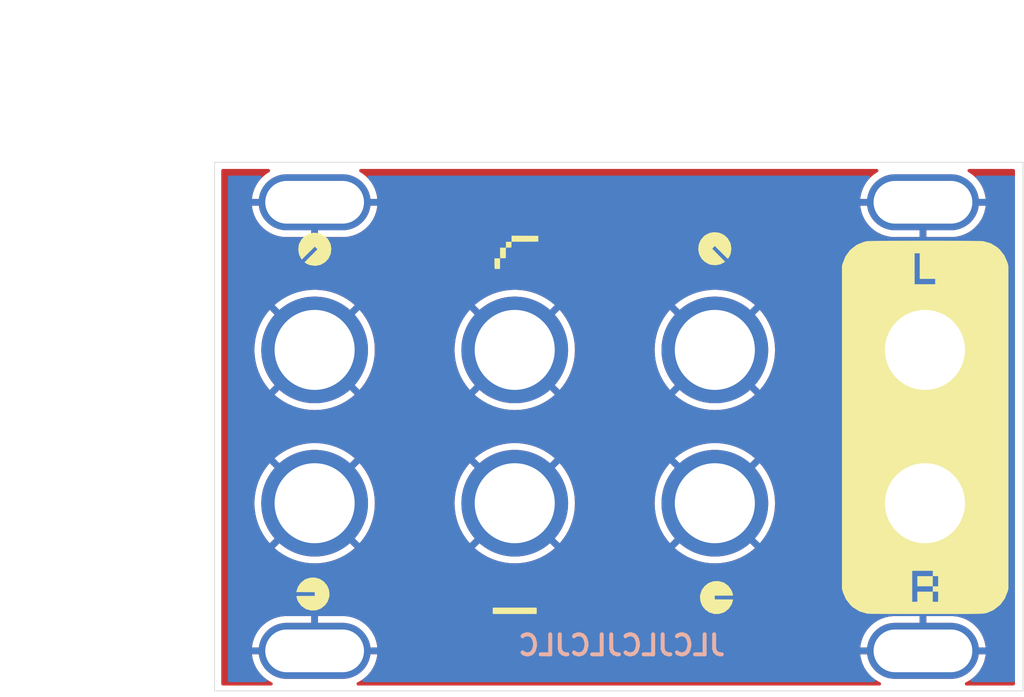
<source format=kicad_pcb>
(kicad_pcb (version 20240108) (generator "pcbnew") (generator_version "8.0")
  (layers (0 "F.Cu" signal) (31 "B.Cu" signal) (34 "B.Paste" user) (35 "F.Paste" user) (36 "B.SilkS" user "B.Silkscreen") (37 "F.SilkS" user "F.Silkscreen") (38 "B.Mask" user) (39 "F.Mask" user) (44 "Edge.Cuts" user))
  (net 0 "")
  (net 1 "GND")
  (footprint "MountingHole:MountingHole_3.2mm_M3" (layer "F.Cu") (at 122.0952 87.3308)
    (property "Reference" "REF**" (hide yes))
    (property "Value" "MountingHole_3.2mm_M3" (hide yes))
    (pad "" thru_hole oval (at 0 0) (size 8.4 4.2) (drill oval 7.4 3.2) (layers "*.Cu" "*.Mask") (net 1 "GND"))
  )
  (footprint "MountingHole:MountingHole_3.2mm_M3" (layer "F.Cu") (at 122.0952 120.9808)
    (property "Reference" "REF**" (hide yes))
    (property "Value" "MountingHole_3.2mm_M3" (hide yes))
    (pad "" thru_hole oval (at 0 0) (size 8.4 4.2) (drill oval 7.4 3.2) (layers "*.Cu" "*.Mask") (net 1 "GND"))
  )
  (footprint "MountingHole:MountingHole_6mm" (layer "F.Cu") (at 122.0952 98.4058)
    (property "Reference" "REF**" (hide yes))
    (property "Value" "MountingHole_6mm" (hide yes))
    (pad "" thru_hole circle (at 0 0) (size 8 8) (drill 6) (layers "*.Cu" "*.Mask") (net 1 "GND"))
  )
  (footprint "MountingHole:MountingHole_6mm" (layer "F.Cu") (at 137.0952 109.9058)
    (property "Reference" "REF**" (hide yes))
    (property "Value" "MountingHole_6mm" (hide yes))
    (pad "" thru_hole circle (at 0 0) (size 8 8) (drill 6) (layers "*.Cu" "*.Mask") (net 1 "GND"))
  )
  (footprint "MountingHole:MountingHole_6mm" (layer "F.Cu") (at 167.8452 109.9058)
    (property "Reference" "REF**" (hide yes))
    (property "Value" "MountingHole_6mm" (hide yes))
    (pad "" thru_hole circle (at 0 0) (size 8 8) (drill 6) (layers "*.Cu" "*.Mask") (net 1 "GND"))
  )
  (footprint "MountingHole:MountingHole_6mm" (layer "F.Cu") (at 167.8452 98.4058)
    (property "Reference" "REF**" (hide yes))
    (property "Value" "MountingHole_6mm" (hide yes))
    (pad "" thru_hole circle (at 0 0) (size 8 8) (drill 6) (layers "*.Cu" "*.Mask") (net 1 "GND"))
  )
  (footprint "Graphics" (layer "F.Cu") (at 135.5752 89.8352)
    (property "Reference" "" (at 0 0 0) (layer "F.SilkS") (effects (font (size 1.27 1.27))))
    (property "Value" "")
    (fp_poly (pts (xy 0.42 2.1) (xy 0.42 2.5) (xy 0.223 2.5) (xy 0.069 2.495) (xy 0.013 2.487) (xy 0.006 2.407) (xy 0.001 2.217) (xy 0 2.087) (xy 0 1.7) (xy 0.21 1.7) (xy 0.42 1.7)) (fill solid) (layer "F.SilkS"))
    (fp_poly (pts (xy 2.285 0.005) (xy 3.29 0.01) (xy 3.29 0.23) (xy 3.29 0.45) (xy 2.286 0.455) (xy 1.281 0.46) (xy 1.276 0.675) (xy 1.27 0.89) (xy 1.065 0.896) (xy 0.861 0.901) (xy 0.855 1.296) (xy 0.85 1.69) (xy 0.649 1.696) (xy 0.492 1.695) (xy 0.434 1.687) (xy 0.426 1.607) (xy 0.421 1.417) (xy 0.42 1.287) (xy 0.42 0.9) (xy 0.64 0.9) (xy 0.86 0.9) (xy 0.86 0.68) (xy 0.86 0.46) (xy 1.07 0.46) (xy 1.28 0.46) (xy 1.28 0.23) (xy 1.28 0)) (fill solid) (layer "F.SilkS"))
  )
  (footprint "Graphics" (layer "F.Cu") (at 141.6688 117.1468)
    (property "Reference" "" (at 0 0 0) (layer "F.SilkS") (effects (font (size 1.27 1.27))))
    (property "Value" "")
  )
  (footprint "MountingHole:MountingHole_6mm" (layer "F.Cu") (at 122.0952 109.9058)
    (property "Reference" "REF**" (hide yes))
    (property "Value" "MountingHole_6mm" (hide yes))
    (pad "" thru_hole circle (at 0 0) (size 8 8) (drill 6) (layers "*.Cu" "*.Mask") (net 1 "GND"))
  )
  (footprint "Graphics" (layer "F.Cu") (at 135.6558 89.8352)
    (property "Reference" "" (at 0 0 0) (layer "F.SilkS") (effects (font (size 1.27 1.27))))
    (property "Value" "")
  )
  (footprint "MountingHole:MountingHole_6mm" (layer "F.Cu") (at 137.0952 98.4058)
    (property "Reference" "REF**" (hide yes))
    (property "Value" "MountingHole_6mm" (hide yes))
    (pad "" thru_hole circle (at 0 0) (size 8 8) (drill 6) (layers "*.Cu" "*.Mask") (net 1 "GND"))
  )
  (footprint "Graphics" (layer "F.Cu") (at 135.6558 89.8352)
    (property "Reference" "" (at 0 0 0) (layer "F.SilkS") (effects (font (size 1.27 1.27))))
    (property "Value" "")
  )
  (footprint "MountingHole:MountingHole_3.2mm_M3" (layer "F.Cu") (at 167.6952 120.9808)
    (property "Reference" "REF**" (hide yes))
    (property "Value" "MountingHole_3.2mm_M3" (hide yes))
    (pad "" thru_hole oval (at 0 0) (size 8.4 4.2) (drill oval 7.4 3.2) (layers "*.Cu" "*.Mask") (net 1 "GND"))
  )
  (footprint "Graphics" (layer "F.Cu") (at 126.8874 115.1924)
    (property "Reference" "" (at 0 0 0) (layer "F.SilkS") (effects (font (size 1.27 1.27))))
    (property "Value" "")
  )
  (footprint "Graphics" (layer "F.Cu") (at 126.8874 115.1924)
    (property "Reference" "" (at 0 0 0) (layer "F.SilkS") (effects (font (size 1.27 1.27))))
    (property "Value" "")
  )
  (footprint "Graphics" (layer "F.Cu") (at 150.791 116.3376)
    (property "Reference" "" (at 0 0 0) (layer "F.SilkS") (effects (font (size 1.27 1.27))))
    (property "Value" "")
  )
  (footprint "Graphics" (layer "F.Cu") (at 150.791 116.3376)
    (property "Reference" "" (at 0 0 0) (layer "F.SilkS") (effects (font (size 1.27 1.27))))
    (property "Value" "")
  )
  (footprint "Graphics" (layer "F.Cu") (at 123.2142 117.966 180)
    (property "Reference" "" (at 0 0 0) (layer "F.SilkS") (effects (font (size 1.27 1.27))))
    (property "Value" "")
    (fp_poly (pts (xy 1.741 0.105) (xy 1.809 0.137) (xy 2.125 0.361) (xy 2.353 0.675) (xy 2.383 0.736) (xy 2.442 0.893) (xy 2.48 1.042) (xy 2.484 1.08) (xy 2.476 1.092) (xy 2.437 1.1) (xy 2.344 1.105) (xy 2.177 1.107) (xy 1.912 1.108) (xy 1.795 1.108) (xy 1.106 1.108) (xy 1.111 1.246) (xy 1.115 1.384) (xy 1.802 1.389) (xy 2.488 1.393) (xy 2.477 1.464) (xy 2.367 1.797) (xy 2.158 2.096) (xy 1.874 2.325) (xy 1.771 2.379) (xy 1.424 2.479) (xy 1.078 2.484) (xy 0.715 2.375) (xy 0.411 2.169) (xy 0.18 1.889) (xy 0.039 1.554) (xy 0.003 1.186) (xy 0.022 1.026) (xy 0.133 0.689) (xy 0.336 0.403) (xy 0.338 0.402) (xy 0.642 0.161) (xy 0.994 0.029) (xy 1.369 0.009)) (fill solid) (layer "F.SilkS"))
  )
  (footprint "Graphics" (layer "F.Cu") (at 141.6688 117.1468)
    (property "Reference" "" (at 0 0 0) (layer "F.SilkS") (effects (font (size 1.27 1.27))))
    (property "Value" "")
  )
  (footprint "MountingHole:MountingHole_3.2mm_M3" (layer "F.Cu") (at 167.6952 87.3308)
    (property "Reference" "REF**" (hide yes))
    (property "Value" "MountingHole_3.2mm_M3" (hide yes))
    (pad "" thru_hole oval (at 0 0) (size 8.4 4.2) (drill oval 7.4 3.2) (layers "*.Cu" "*.Mask") (net 1 "GND"))
  )
  (footprint "Graphics" (layer "F.Cu") (at 126.8874 115.1924)
    (property "Reference" "" (at 0 0 0) (layer "F.SilkS") (effects (font (size 1.27 1.27))))
    (property "Value" "")
  )
  (footprint "Graphics" (layer "F.Cu") (at 126.8874 115.1924)
    (property "Reference" "" (at 0 0 0) (layer "F.SilkS") (effects (font (size 1.27 1.27))))
    (property "Value" "")
  )
  (footprint "Graphics" (layer "F.Cu") (at 135.6558 89.8352)
    (property "Reference" "" (at 0 0 0) (layer "F.SilkS") (effects (font (size 1.27 1.27))))
    (property "Value" "")
  )
  (footprint "Graphics" (layer "F.Cu") (at 152.093079 89.047784 -45)
    (property "Reference" "" (at 0 0 135) (layer "F.SilkS") (effects (font (size 1.27 1.27))))
    (property "Value" "")
    (fp_poly (pts (xy 1.741 0.105) (xy 1.809 0.137) (xy 2.124999 0.361) (xy 2.353 0.675) (xy 2.383 0.736) (xy 2.442 0.893) (xy 2.48 1.042) (xy 2.484 1.08) (xy 2.476 1.092) (xy 2.437 1.1) (xy 2.344 1.105) (xy 2.177 1.107) (xy 1.912 1.108) (xy 1.795 1.108) (xy 1.106 1.108) (xy 1.111001 1.246) (xy 1.115 1.384) (xy 1.802 1.389) (xy 2.488 1.393) (xy 2.477 1.464) (xy 2.367 1.797) (xy 2.158 2.096) (xy 1.874 2.325) (xy 1.771 2.379) (xy 1.424 2.479) (xy 1.078 2.484) (xy 0.715 2.375) (xy 0.410999 2.169) (xy 0.18 1.889) (xy 0.039 1.554) (xy 0.003 1.186) (xy 0.022 1.026) (xy 0.133 0.689) (xy 0.336 0.403) (xy 0.338 0.402) (xy 0.642 0.161) (xy 0.994 0.029) (xy 1.369 0.009)) (fill solid) (layer "F.SilkS"))
  )
  (footprint "Graphics" (layer "F.Cu") (at 150.791 116.3376)
    (property "Reference" "" (at 0 0 0) (layer "F.SilkS") (effects (font (size 1.27 1.27))))
    (property "Value" "")
  )
  (footprint "MountingHole:MountingHole_6mm" (layer "F.Cu") (at 152.0952 98.4058)
    (property "Reference" "REF**" (hide yes))
    (property "Value" "MountingHole_6mm" (hide yes))
    (pad "" thru_hole circle (at 0 0) (size 8 8) (drill 6) (layers "*.Cu" "*.Mask") (net 1 "GND"))
  )
  (footprint "Graphics" (layer "F.Cu") (at 141.6688 117.1468)
    (property "Reference" "" (at 0 0 0) (layer "F.SilkS") (effects (font (size 1.27 1.27))))
    (property "Value" "")
  )
  (footprint "Graphics" (layer "F.Cu") (at 150.9762 115.732)
    (property "Reference" "" (at 0 0 0) (layer "F.SilkS") (effects (font (size 1.27 1.27))))
    (property "Value" "")
    (fp_poly (pts (xy 1.741 0.105) (xy 1.809 0.137) (xy 2.125 0.361) (xy 2.353 0.675) (xy 2.383 0.736) (xy 2.442 0.893) (xy 2.48 1.042) (xy 2.484 1.08) (xy 2.476 1.092) (xy 2.437 1.1) (xy 2.344 1.105) (xy 2.177 1.107) (xy 1.912 1.108) (xy 1.795 1.108) (xy 1.106 1.108) (xy 1.111 1.246) (xy 1.115 1.384) (xy 1.802 1.389) (xy 2.488 1.393) (xy 2.477 1.464) (xy 2.367 1.797) (xy 2.158 2.096) (xy 1.874 2.325) (xy 1.771 2.379) (xy 1.424 2.479) (xy 1.078 2.484) (xy 0.715 2.375) (xy 0.411 2.169) (xy 0.18 1.889) (xy 0.039 1.554) (xy 0.003 1.186) (xy 0.022 1.026) (xy 0.133 0.689) (xy 0.336 0.403) (xy 0.338 0.402) (xy 0.642 0.161) (xy 0.994 0.029) (xy 1.369 0.009)) (fill solid) (layer "F.SilkS"))
  )
  (footprint "Graphics" (layer "F.Cu") (at 123.873616 90.856479 -135)
    (property "Reference" "" (at 0 0 45) (layer "F.SilkS") (effects (font (size 1.27 1.27))))
    (property "Value" "")
    (fp_poly (pts (xy 1.741 0.105) (xy 1.809 0.137) (xy 2.124999 0.361) (xy 2.353 0.675) (xy 2.383 0.736) (xy 2.442 0.893) (xy 2.48 1.042) (xy 2.484 1.08) (xy 2.476 1.092) (xy 2.437 1.1) (xy 2.344 1.105) (xy 2.177 1.107) (xy 1.912 1.108) (xy 1.795 1.108) (xy 1.106 1.108) (xy 1.111001 1.246) (xy 1.115 1.384) (xy 1.802 1.389) (xy 2.488 1.393) (xy 2.477 1.464) (xy 2.367 1.797) (xy 2.158 2.096) (xy 1.874 2.325) (xy 1.771 2.379) (xy 1.424 2.479) (xy 1.078 2.484) (xy 0.715 2.375) (xy 0.410999 2.169) (xy 0.18 1.889) (xy 0.039 1.554) (xy 0.003 1.186) (xy 0.022 1.026) (xy 0.133 0.689) (xy 0.336 0.403) (xy 0.338 0.402) (xy 0.642 0.161) (xy 0.994 0.029) (xy 1.369 0.009)) (fill solid) (layer "F.SilkS"))
  )
  (footprint "Graphics" (layer "F.Cu") (at 150.791 116.3376)
    (property "Reference" "" (at 0 0 0) (layer "F.SilkS") (effects (font (size 1.27 1.27))))
    (property "Value" "")
  )
  (footprint "Graphics" (layer "F.Cu") (at 135.6558 89.8352)
    (property "Reference" "" (at 0 0 0) (layer "F.SilkS") (effects (font (size 1.27 1.27))))
    (property "Value" "")
  )
  (footprint "MountingHole:MountingHole_6mm" (layer "F.Cu") (at 152.0952 109.9058)
    (property "Reference" "REF**" (hide yes))
    (property "Value" "MountingHole_6mm" (hide yes))
    (pad "" thru_hole circle (at 0 0) (size 8 8) (drill 6) (layers "*.Cu" "*.Mask") (net 1 "GND"))
  )
  (footprint "Graphics" (layer "F.Cu") (at 161.612 90.218)
    (property "Reference" "" (at 0 0 0) (layer "F.SilkS") (effects (font (size 1.27 1.27))))
    (property "Value" "")
    (fp_poly (pts (xy 6.82 25.54) (xy 6.82 25.92) (xy 6.24 25.92) (xy 5.66 25.92) (xy 5.66 25.54) (xy 5.66 25.16) (xy 6.24 25.16) (xy 6.82 25.16)) (fill solid) (layer "F.SilkS"))
    (fp_poly (pts (xy 7.288 -0.002) (xy 7.989 -0.001) (xy 8.644 0.002) (xy 9.236 0.005) (xy 9.745 0.01) (xy 10.153 0.015) (xy 10.441 0.021) (xy 10.59 0.028) (xy 10.6 0.029) (xy 11.17 0.192) (xy 11.665 0.497) (xy 11.841 0.657) (xy 12.183 1.091) (xy 12.407 1.597) (xy 12.437 1.699) (xy 12.49 1.89) (xy 12.49 14) (xy 12.49 26.11) (xy 12.437 26.301) (xy 12.23 26.826) (xy 11.912 27.268) (xy 11.841 27.343) (xy 11.376 27.702) (xy 10.925 27.9) (xy 10.855 27.922) (xy 10.788 27.94) (xy 10.71 27.955) (xy 10.607 27.967) (xy 10.467 27.977) (xy 10.275 27.985) (xy 10.019 27.99) (xy 9.685 27.994) (xy 9.259 27.997) (xy 8.73 27.998) (xy 8.082 27.998) (xy 7.303 27.998) (xy 6.379 27.998) (xy 6.23 27.998) (xy 5.255 27.997) (xy 4.429 27.996) (xy 3.741 27.995) (xy 3.18 27.993) (xy 2.736 27.99) (xy 2.397 27.987) (xy 2.152 27.983) (xy 1.99 27.978) (xy 1.901 27.973) (xy 1.888 27.971) (xy 1.323 27.804) (xy 0.826 27.495) (xy 0.659 27.343) (xy 0.452 27.08) (xy 5.28 27.08) (xy 5.47 27.08) (xy 5.66 27.08) (xy 5.66 26.7) (xy 5.66 26.32) (xy 6.24 26.32) (xy 6.82 26.32) (xy 6.82 26.7) (xy 6.82 27.08) (xy 7.02 27.08) (xy 7.22 27.08) (xy 7.22 26.7) (xy 7.22 26.32) (xy 7.02 26.32) (xy 6.82 26.32) (xy 6.82 26.12) (xy 6.82 25.92) (xy 7.02 25.92) (xy 7.22 25.92) (xy 7.22 25.54) (xy 7.22 25.16) (xy 7.02 25.16) (xy 6.82 25.16) (xy 6.82 24.96) (xy 6.82 24.76) (xy 6.05 24.76) (xy 5.28 24.76) (xy 5.28 25.92) (xy 5.28 27.08) (xy 0.452 27.08) (xy 0.317 26.909) (xy 0.093 26.403) (xy 0.063 26.301) (xy 0.01 26.11) (xy 0.01 14) (xy 0.01 1.89) (xy 0.063 1.699) (xy 0.27 1.174) (xy 0.438 0.94) (xy 5.46 0.94) (xy 5.46 2.1) (xy 5.46 3.26) (xy 6.23 3.26) (xy 7 3.26) (xy 7 3.06) (xy 7 2.86) (xy 6.42 2.86) (xy 5.84 2.86) (xy 5.84 1.9) (xy 5.84 0.94) (xy 5.65 0.94) (xy 5.46 0.94) (xy 0.438 0.94) (xy 0.588 0.732) (xy 0.659 0.657) (xy 1.124 0.297) (xy 1.665 0.077) (xy 1.9 0.029) (xy 2.027 0.022) (xy 2.295 0.016) (xy 2.685 0.01) (xy 3.18 0.006) (xy 3.76 0.002) (xy 4.407 0) (xy 5.101 -0.002) (xy 5.826 -0.003) (xy 6.561 -0.003)) (fill solid) (layer "F.SilkS"))
  )
  (footprint "Graphics" (layer "F.Cu") (at 141.6688 117.1468)
    (property "Reference" "" (at 0 0 0) (layer "F.SilkS") (effects (font (size 1.27 1.27))))
    (property "Value" "")
  )
  (footprint "Graphics" (layer "B.Cu") (at 135.6558 89.8352)
    (property "Reference" "" (at 0 0 0) (layer "F.SilkS") (effects (font (size 1.27 1.27))))
    (property "Value" "")
  )
  (footprint "Graphics" (layer "B.Cu") (at 150.791 116.3376)
    (property "Reference" "" (at 0 0 0) (layer "F.SilkS") (effects (font (size 1.27 1.27))))
    (property "Value" "")
  )
  (footprint "Graphics" (layer "B.Cu") (at 141.6688 117.1468)
    (property "Reference" "" (at 0 0 0) (layer "F.SilkS") (effects (font (size 1.27 1.27))))
    (property "Value" "")
  )
  (footprint "Graphics" (layer "B.Cu") (at 126.8874 115.1924)
    (property "Reference" "" (at 0 0 0) (layer "F.SilkS") (effects (font (size 1.27 1.27))))
    (property "Value" "")
  )
  (gr_rect (start 135.4948 117.7846) (end 138.6956 118.166) (stroke (width 0.1)) (fill solid) (layer "F.SilkS"))
  (gr_line (start 175.1952 84.3308) (end 175.1952 123.9808) (stroke (width 0.05)) (layer "Edge.Cuts"))
  (gr_line (start 114.5952 84.3308) (end 114.5952 123.9808) (stroke (width 0.05)) (layer "Edge.Cuts"))
  (gr_line (start 114.5952 123.9808) (end 175.1952 123.9808) (stroke (width 0.05)) (layer "Edge.Cuts"))
  (gr_line (start 114.5952 84.3308) (end 175.1952 84.3308) (stroke (width 0.05)) (layer "Edge.Cuts"))
  (gr_text "JLCJLCJLCJLC" (at 153.0254 121.4402 0) (layer "B.SilkS") (effects (font (size 1.5 1.5) (thickness 0.3) (bold yes)) (justify left bottom mirror)))
  (zone (net 1) (net_name "GND") (layer "F.Cu") (connect_pads (clearance 0.508)) (min_thickness 0.254) (fill yes (thermal_gap 0.508) (thermal_bridge_width 0.508))
    (polygon (pts (xy 115.0952 84.8308) (xy 174.5952 84.8308) (xy 174.5952 123.5808) (xy 115.0952 123.5808)))
  )
  (zone (net 1) (net_name "GND") (layer "B.Cu") (connect_pads (clearance 0.508)) (min_thickness 0.254) (fill yes (thermal_gap 0.508) (thermal_bridge_width 0.508))
    (polygon (pts (xy 115.5952 85.3308) (xy 174.5952 85.3308) (xy 174.5952 123.3308) (xy 115.5952 123.3308)))
  )
)
</source>
